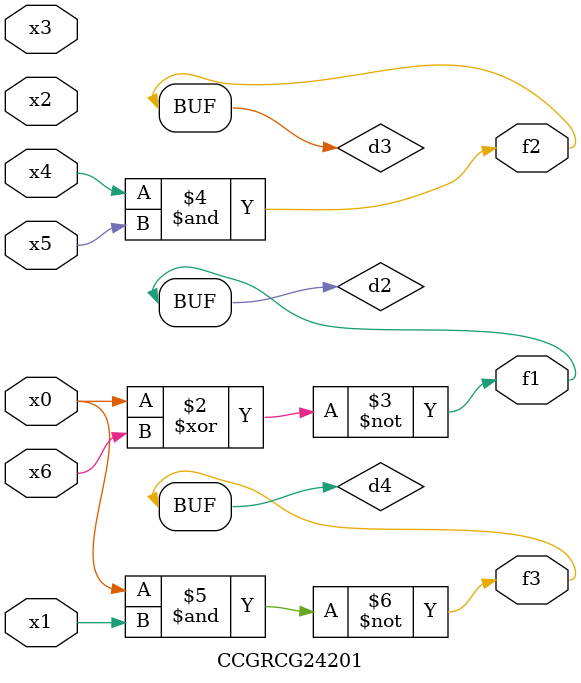
<source format=v>
module CCGRCG24201(
	input x0, x1, x2, x3, x4, x5, x6,
	output f1, f2, f3
);

	wire d1, d2, d3, d4;

	nor (d1, x0);
	xnor (d2, x0, x6);
	and (d3, x4, x5);
	nand (d4, x0, x1);
	assign f1 = d2;
	assign f2 = d3;
	assign f3 = d4;
endmodule

</source>
